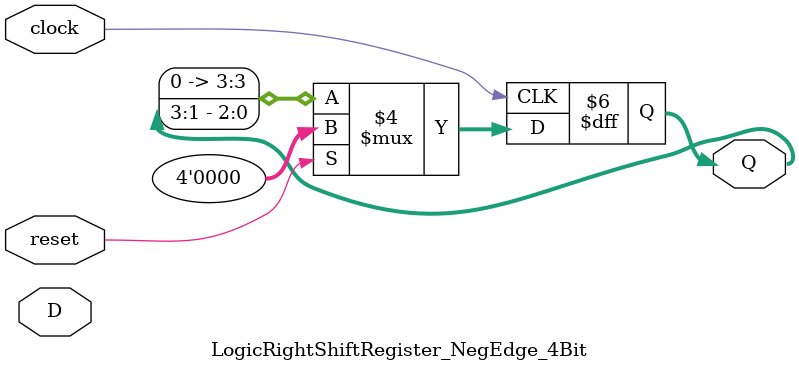
<source format=v>
module LogicRightShiftRegister_NegEdge_4Bit (clock, reset, D, Q);
    input clock;
    input reset;
    input [3:0] D;
    output reg [3:0] Q;

    always @(negedge clock)
    begin
        if (reset)
            Q = 4'b0000;
        else
            Q = Q >> 1 ;        
    end
endmodule

</source>
